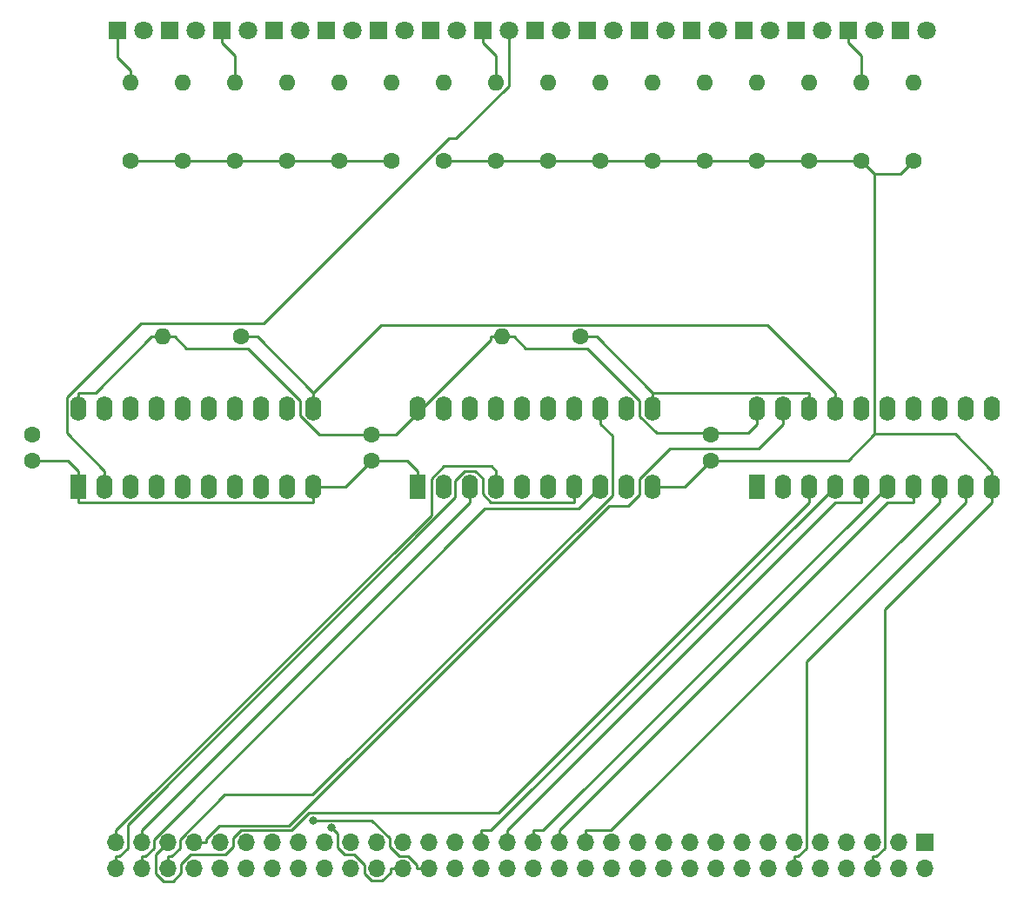
<source format=gbr>
%TF.GenerationSoftware,KiCad,Pcbnew,(6.0.9)*%
%TF.CreationDate,2022-11-21T20:51:02-08:00*%
%TF.ProjectId,StatusBoard,53746174-7573-4426-9f61-72642e6b6963,rev?*%
%TF.SameCoordinates,Original*%
%TF.FileFunction,Copper,L1,Top*%
%TF.FilePolarity,Positive*%
%FSLAX46Y46*%
G04 Gerber Fmt 4.6, Leading zero omitted, Abs format (unit mm)*
G04 Created by KiCad (PCBNEW (6.0.9)) date 2022-11-21 20:51:02*
%MOMM*%
%LPD*%
G01*
G04 APERTURE LIST*
%TA.AperFunction,ComponentPad*%
%ADD10R,1.600000X2.400000*%
%TD*%
%TA.AperFunction,ComponentPad*%
%ADD11O,1.600000X2.400000*%
%TD*%
%TA.AperFunction,ComponentPad*%
%ADD12C,1.600000*%
%TD*%
%TA.AperFunction,ComponentPad*%
%ADD13O,1.600000X1.600000*%
%TD*%
%TA.AperFunction,ComponentPad*%
%ADD14O,1.700000X1.700000*%
%TD*%
%TA.AperFunction,ComponentPad*%
%ADD15R,1.700000X1.700000*%
%TD*%
%TA.AperFunction,ComponentPad*%
%ADD16R,1.800000X1.800000*%
%TD*%
%TA.AperFunction,ComponentPad*%
%ADD17C,1.800000*%
%TD*%
%TA.AperFunction,ViaPad*%
%ADD18C,0.800000*%
%TD*%
%TA.AperFunction,Conductor*%
%ADD19C,0.250000*%
%TD*%
G04 APERTURE END LIST*
D10*
%TO.P,U3,1,OE*%
%TO.N,GND*%
X104145000Y-104765000D03*
D11*
%TO.P,U3,2,O0*%
%TO.N,Net-(D11-Pad2)*%
X106685000Y-104765000D03*
%TO.P,U3,3,D0*%
%TO.N,/D8*%
X109225000Y-104765000D03*
%TO.P,U3,4,D1*%
%TO.N,/D9*%
X111765000Y-104765000D03*
%TO.P,U3,5,O1*%
%TO.N,Net-(D12-Pad2)*%
X114305000Y-104765000D03*
%TO.P,U3,6,O2*%
%TO.N,Net-(D13-Pad2)*%
X116845000Y-104765000D03*
%TO.P,U3,7,D2*%
%TO.N,/D10*%
X119385000Y-104765000D03*
%TO.P,U3,8,D3*%
%TO.N,/D11*%
X121925000Y-104765000D03*
%TO.P,U3,9,O3*%
%TO.N,Net-(D14-Pad2)*%
X124465000Y-104765000D03*
%TO.P,U3,10,GND*%
%TO.N,GND*%
X127005000Y-104765000D03*
%TO.P,U3,11,LE*%
%TO.N,/STATUSHI*%
X127005000Y-97145000D03*
%TO.P,U3,12,O4*%
%TO.N,Net-(D15-Pad2)*%
X124465000Y-97145000D03*
%TO.P,U3,13,D4*%
%TO.N,/D12*%
X121925000Y-97145000D03*
%TO.P,U3,14,D5*%
%TO.N,/D13*%
X119385000Y-97145000D03*
%TO.P,U3,15,O5*%
%TO.N,Net-(D16-Pad2)*%
X116845000Y-97145000D03*
%TO.P,U3,16,O6*%
%TO.N,Net-(D17-Pad2)*%
X114305000Y-97145000D03*
%TO.P,U3,17,D6*%
%TO.N,/D14*%
X111765000Y-97145000D03*
%TO.P,U3,18,D7*%
%TO.N,/D15*%
X109225000Y-97145000D03*
%TO.P,U3,19,O7*%
%TO.N,Net-(D18-Pad2)*%
X106685000Y-97145000D03*
%TO.P,U3,20,VCC*%
%TO.N,VCC*%
X104145000Y-97145000D03*
%TD*%
D10*
%TO.P,U2,1,OE*%
%TO.N,GND*%
X137165000Y-104765000D03*
D11*
%TO.P,U2,2,O0*%
%TO.N,Net-(D3-Pad2)*%
X139705000Y-104765000D03*
%TO.P,U2,3,D0*%
%TO.N,/D0*%
X142245000Y-104765000D03*
%TO.P,U2,4,D1*%
%TO.N,/D1*%
X144785000Y-104765000D03*
%TO.P,U2,5,O1*%
%TO.N,Net-(D4-Pad2)*%
X147325000Y-104765000D03*
%TO.P,U2,6,O2*%
%TO.N,Net-(D5-Pad2)*%
X149865000Y-104765000D03*
%TO.P,U2,7,D2*%
%TO.N,/D2*%
X152405000Y-104765000D03*
%TO.P,U2,8,D3*%
%TO.N,/D3*%
X154945000Y-104765000D03*
%TO.P,U2,9,O3*%
%TO.N,Net-(D6-Pad2)*%
X157485000Y-104765000D03*
%TO.P,U2,10,GND*%
%TO.N,GND*%
X160025000Y-104765000D03*
%TO.P,U2,11,LE*%
%TO.N,/STATUSLO*%
X160025000Y-97145000D03*
%TO.P,U2,12,O4*%
%TO.N,Net-(D7-Pad2)*%
X157485000Y-97145000D03*
%TO.P,U2,13,D4*%
%TO.N,/D4*%
X154945000Y-97145000D03*
%TO.P,U2,14,D5*%
%TO.N,/D5*%
X152405000Y-97145000D03*
%TO.P,U2,15,O5*%
%TO.N,Net-(D8-Pad2)*%
X149865000Y-97145000D03*
%TO.P,U2,16,O6*%
%TO.N,Net-(D9-Pad2)*%
X147325000Y-97145000D03*
%TO.P,U2,17,D6*%
%TO.N,/D6*%
X144785000Y-97145000D03*
%TO.P,U2,18,D7*%
%TO.N,/D7*%
X142245000Y-97145000D03*
%TO.P,U2,19,O7*%
%TO.N,Net-(D10-Pad2)*%
X139705000Y-97145000D03*
%TO.P,U2,20,VCC*%
%TO.N,VCC*%
X137165000Y-97145000D03*
%TD*%
%TO.P,U1,20,VCC*%
%TO.N,VCC*%
X170185000Y-97145000D03*
%TO.P,U1,19,IO1*%
%TO.N,/~{DTACK}*%
X172725000Y-97145000D03*
%TO.P,U1,18,IO2*%
%TO.N,/STATUSLO*%
X175265000Y-97145000D03*
%TO.P,U1,17,I03*%
%TO.N,/STATUSHI*%
X177805000Y-97145000D03*
%TO.P,U1,16,IO4*%
%TO.N,unconnected-(U1-Pad16)*%
X180345000Y-97145000D03*
%TO.P,U1,15,IO5*%
%TO.N,unconnected-(U1-Pad15)*%
X182885000Y-97145000D03*
%TO.P,U1,14,IO6*%
%TO.N,unconnected-(U1-Pad14)*%
X185425000Y-97145000D03*
%TO.P,U1,13,IO7*%
%TO.N,unconnected-(U1-Pad13)*%
X187965000Y-97145000D03*
%TO.P,U1,12,IO8*%
%TO.N,unconnected-(U1-Pad12)*%
X190505000Y-97145000D03*
%TO.P,U1,11,I10/~{OE}*%
%TO.N,unconnected-(U1-Pad11)*%
X193045000Y-97145000D03*
%TO.P,U1,10,GND*%
%TO.N,GND*%
X193045000Y-104765000D03*
%TO.P,U1,9,I9*%
%TO.N,/~{IOSEL}*%
X190505000Y-104765000D03*
%TO.P,U1,8,I8*%
%TO.N,/A14*%
X187965000Y-104765000D03*
%TO.P,U1,7,I7*%
%TO.N,/A15*%
X185425000Y-104765000D03*
%TO.P,U1,6,I6*%
%TO.N,/A16*%
X182885000Y-104765000D03*
%TO.P,U1,5,I5*%
%TO.N,/A17*%
X180345000Y-104765000D03*
%TO.P,U1,4,I4*%
%TO.N,/A18*%
X177805000Y-104765000D03*
%TO.P,U1,3,I3*%
%TO.N,/R~{W}*%
X175265000Y-104765000D03*
%TO.P,U1,2,I2*%
%TO.N,/~{LDS}*%
X172725000Y-104765000D03*
D10*
%TO.P,U1,1,I1/CLK*%
%TO.N,/~{UDS}*%
X170185000Y-104765000D03*
%TD*%
D12*
%TO.P,R20,1*%
%TO.N,GND*%
X109215000Y-73025000D03*
D13*
%TO.P,R20,2*%
%TO.N,Net-(D18-Pad1)*%
X109215000Y-65405000D03*
%TD*%
D12*
%TO.P,R19,1*%
%TO.N,GND*%
X114295000Y-73025000D03*
D13*
%TO.P,R19,2*%
%TO.N,Net-(D17-Pad1)*%
X114295000Y-65405000D03*
%TD*%
D12*
%TO.P,R18,1*%
%TO.N,GND*%
X119375000Y-73025000D03*
D13*
%TO.P,R18,2*%
%TO.N,Net-(D16-Pad1)*%
X119375000Y-65405000D03*
%TD*%
D12*
%TO.P,R17,1*%
%TO.N,GND*%
X124455000Y-73025000D03*
D13*
%TO.P,R17,2*%
%TO.N,Net-(D15-Pad1)*%
X124455000Y-65405000D03*
%TD*%
D12*
%TO.P,R16,1*%
%TO.N,GND*%
X129535000Y-73025000D03*
D13*
%TO.P,R16,2*%
%TO.N,Net-(D14-Pad1)*%
X129535000Y-65405000D03*
%TD*%
D12*
%TO.P,R15,1*%
%TO.N,GND*%
X134615000Y-73025000D03*
D13*
%TO.P,R15,2*%
%TO.N,Net-(D13-Pad1)*%
X134615000Y-65405000D03*
%TD*%
D12*
%TO.P,R14,1*%
%TO.N,GND*%
X139695000Y-73025000D03*
D13*
%TO.P,R14,2*%
%TO.N,Net-(D12-Pad1)*%
X139695000Y-65405000D03*
%TD*%
D12*
%TO.P,R13,1*%
%TO.N,GND*%
X144775000Y-73025000D03*
D13*
%TO.P,R13,2*%
%TO.N,Net-(D11-Pad1)*%
X144775000Y-65405000D03*
%TD*%
D12*
%TO.P,R12,1*%
%TO.N,GND*%
X149855000Y-73025000D03*
D13*
%TO.P,R12,2*%
%TO.N,Net-(D10-Pad1)*%
X149855000Y-65405000D03*
%TD*%
D12*
%TO.P,R11,1*%
%TO.N,GND*%
X154935000Y-73025000D03*
D13*
%TO.P,R11,2*%
%TO.N,Net-(D9-Pad1)*%
X154935000Y-65405000D03*
%TD*%
D12*
%TO.P,R10,1*%
%TO.N,GND*%
X160015000Y-73025000D03*
D13*
%TO.P,R10,2*%
%TO.N,Net-(D8-Pad1)*%
X160015000Y-65405000D03*
%TD*%
D12*
%TO.P,R9,1*%
%TO.N,GND*%
X165095000Y-73025000D03*
D13*
%TO.P,R9,2*%
%TO.N,Net-(D7-Pad1)*%
X165095000Y-65405000D03*
%TD*%
D12*
%TO.P,R8,1*%
%TO.N,GND*%
X170175000Y-73025000D03*
D13*
%TO.P,R8,2*%
%TO.N,Net-(D6-Pad1)*%
X170175000Y-65405000D03*
%TD*%
D12*
%TO.P,R7,1*%
%TO.N,GND*%
X175255000Y-73025000D03*
D13*
%TO.P,R7,2*%
%TO.N,Net-(D5-Pad1)*%
X175255000Y-65405000D03*
%TD*%
D12*
%TO.P,R6,1*%
%TO.N,GND*%
X180335000Y-73025000D03*
D13*
%TO.P,R6,2*%
%TO.N,Net-(D4-Pad1)*%
X180335000Y-65405000D03*
%TD*%
D12*
%TO.P,R5,1*%
%TO.N,GND*%
X185415000Y-73025000D03*
D13*
%TO.P,R5,2*%
%TO.N,Net-(D3-Pad1)*%
X185415000Y-65405000D03*
%TD*%
D12*
%TO.P,R2,1*%
%TO.N,/STATUSHI*%
X120015000Y-90170000D03*
D13*
%TO.P,R2,2*%
%TO.N,VCC*%
X112395000Y-90170000D03*
%TD*%
D12*
%TO.P,R1,1*%
%TO.N,/STATUSLO*%
X153035000Y-90170000D03*
D13*
%TO.P,R1,2*%
%TO.N,VCC*%
X145415000Y-90170000D03*
%TD*%
D14*
%TO.P,J1,64,Pin_64*%
%TO.N,/D2*%
X107766000Y-141982000D03*
%TO.P,J1,63,Pin_63*%
%TO.N,/D1*%
X107766000Y-139442000D03*
%TO.P,J1,62,Pin_62*%
%TO.N,/D3*%
X110306000Y-141982000D03*
%TO.P,J1,61,Pin_61*%
%TO.N,/D0*%
X110306000Y-139442000D03*
%TO.P,J1,60,Pin_60*%
%TO.N,/D4*%
X112846000Y-141982000D03*
%TO.P,J1,59,Pin_59*%
%TO.N,/R~{W}*%
X112846000Y-139442000D03*
%TO.P,J1,58,Pin_58*%
%TO.N,/D5*%
X115386000Y-141982000D03*
%TO.P,J1,57,Pin_57*%
%TO.N,/~{DTACK}*%
X115386000Y-139442000D03*
%TO.P,J1,56,Pin_56*%
%TO.N,/D6*%
X117926000Y-141982000D03*
%TO.P,J1,55,Pin_55*%
%TO.N,/~{BR}*%
X117926000Y-139442000D03*
%TO.P,J1,54,Pin_54*%
%TO.N,/D7*%
X120466000Y-141982000D03*
%TO.P,J1,53,Pin_53*%
%TO.N,/~{BGACK}*%
X120466000Y-139442000D03*
%TO.P,J1,52,Pin_52*%
%TO.N,/D8*%
X123006000Y-141982000D03*
%TO.P,J1,51,Pin_51*%
%TO.N,/~{BG}*%
X123006000Y-139442000D03*
%TO.P,J1,50,Pin_50*%
%TO.N,/D9*%
X125546000Y-141982000D03*
%TO.P,J1,49,Pin_49*%
%TO.N,/~{BERR}*%
X125546000Y-139442000D03*
%TO.P,J1,48,Pin_48*%
%TO.N,/D10*%
X128086000Y-141982000D03*
%TO.P,J1,47,Pin_47*%
%TO.N,/~{AS}*%
X128086000Y-139442000D03*
%TO.P,J1,46,Pin_46*%
%TO.N,/D11*%
X130626000Y-141982000D03*
%TO.P,J1,45,Pin_45*%
%TO.N,/A23*%
X130626000Y-139442000D03*
%TO.P,J1,44,Pin_44*%
%TO.N,/D12*%
X133166000Y-141982000D03*
%TO.P,J1,43,Pin_43*%
%TO.N,/A22*%
X133166000Y-139442000D03*
%TO.P,J1,42,Pin_42*%
%TO.N,/D13*%
X135706000Y-141982000D03*
%TO.P,J1,41,Pin_41*%
%TO.N,/A21*%
X135706000Y-139442000D03*
%TO.P,J1,40,Pin_40*%
%TO.N,/D14*%
X138246000Y-141982000D03*
%TO.P,J1,39,Pin_39*%
%TO.N,/A20*%
X138246000Y-139442000D03*
%TO.P,J1,38,Pin_38*%
%TO.N,/D15*%
X140786000Y-141982000D03*
%TO.P,J1,37,Pin_37*%
%TO.N,/A19*%
X140786000Y-139442000D03*
%TO.P,J1,36,Pin_36*%
%TO.N,/~{RESET}*%
X143326000Y-141982000D03*
%TO.P,J1,35,Pin_35*%
%TO.N,/A18*%
X143326000Y-139442000D03*
%TO.P,J1,34,Pin_34*%
%TO.N,/~{UDS}*%
X145866000Y-141982000D03*
%TO.P,J1,33,Pin_33*%
%TO.N,/A17*%
X145866000Y-139442000D03*
%TO.P,J1,32,Pin_32*%
%TO.N,/~{LDS}*%
X148406000Y-141982000D03*
%TO.P,J1,31,Pin_31*%
%TO.N,/A16*%
X148406000Y-139442000D03*
%TO.P,J1,30,Pin_30*%
%TO.N,/~{IRQ6}*%
X150946000Y-141982000D03*
%TO.P,J1,29,Pin_29*%
%TO.N,/A15*%
X150946000Y-139442000D03*
%TO.P,J1,28,Pin_28*%
%TO.N,/~{IRQ2}*%
X153486000Y-141982000D03*
%TO.P,J1,27,Pin_27*%
%TO.N,/A14*%
X153486000Y-139442000D03*
%TO.P,J1,26,Pin_26*%
%TO.N,/~{IRQ5}*%
X156026000Y-141982000D03*
%TO.P,J1,25,Pin_25*%
%TO.N,/A13*%
X156026000Y-139442000D03*
%TO.P,J1,24,Pin_24*%
%TO.N,/FC2*%
X158566000Y-141982000D03*
%TO.P,J1,23,Pin_23*%
%TO.N,/A12*%
X158566000Y-139442000D03*
%TO.P,J1,22,Pin_22*%
%TO.N,/FC1*%
X161106000Y-141982000D03*
%TO.P,J1,21,Pin_21*%
%TO.N,/A11*%
X161106000Y-139442000D03*
%TO.P,J1,20,Pin_20*%
%TO.N,/FC0*%
X163646000Y-141982000D03*
%TO.P,J1,19,Pin_19*%
%TO.N,/A10*%
X163646000Y-139442000D03*
%TO.P,J1,18,Pin_18*%
%TO.N,/~{IRQ4}*%
X166186000Y-141982000D03*
%TO.P,J1,17,Pin_17*%
%TO.N,/A9*%
X166186000Y-139442000D03*
%TO.P,J1,16,Pin_16*%
%TO.N,/~{HALT}*%
X168726000Y-141982000D03*
%TO.P,J1,15,Pin_15*%
%TO.N,/A8*%
X168726000Y-139442000D03*
%TO.P,J1,14,Pin_14*%
%TO.N,/~{IRQ3}*%
X171266000Y-141982000D03*
%TO.P,J1,13,Pin_13*%
%TO.N,/A7*%
X171266000Y-139442000D03*
%TO.P,J1,12,Pin_12*%
%TO.N,/~{IOSEL}*%
X173806000Y-141982000D03*
%TO.P,J1,11,Pin_11*%
%TO.N,/A6*%
X173806000Y-139442000D03*
%TO.P,J1,10,Pin_10*%
%TO.N,/~{IACK}*%
X176346000Y-141982000D03*
%TO.P,J1,9,Pin_9*%
%TO.N,/A5*%
X176346000Y-139442000D03*
%TO.P,J1,8,Pin_8*%
%TO.N,/~{VMA}*%
X178886000Y-141982000D03*
%TO.P,J1,7,Pin_7*%
%TO.N,/A4*%
X178886000Y-139442000D03*
%TO.P,J1,6,Pin_6*%
%TO.N,GND*%
X181426000Y-141982000D03*
%TO.P,J1,5,Pin_5*%
%TO.N,/A3*%
X181426000Y-139442000D03*
%TO.P,J1,4,Pin_4*%
%TO.N,/CLK*%
X183966000Y-141982000D03*
%TO.P,J1,3,Pin_3*%
%TO.N,/A2*%
X183966000Y-139442000D03*
%TO.P,J1,2,Pin_2*%
%TO.N,VCC*%
X186506000Y-141982000D03*
D15*
%TO.P,J1,1,Pin_1*%
%TO.N,/A1*%
X186506000Y-139442000D03*
%TD*%
D16*
%TO.P,D18,1,K*%
%TO.N,Net-(D18-Pad1)*%
X107945000Y-60325000D03*
D17*
%TO.P,D18,2,A*%
%TO.N,Net-(D18-Pad2)*%
X110485000Y-60325000D03*
%TD*%
D16*
%TO.P,D17,1,K*%
%TO.N,Net-(D17-Pad1)*%
X113025000Y-60325000D03*
D17*
%TO.P,D17,2,A*%
%TO.N,Net-(D17-Pad2)*%
X115565000Y-60325000D03*
%TD*%
D16*
%TO.P,D16,1,K*%
%TO.N,Net-(D16-Pad1)*%
X118105000Y-60325000D03*
D17*
%TO.P,D16,2,A*%
%TO.N,Net-(D16-Pad2)*%
X120645000Y-60325000D03*
%TD*%
D16*
%TO.P,D15,1,K*%
%TO.N,Net-(D15-Pad1)*%
X123185000Y-60325000D03*
D17*
%TO.P,D15,2,A*%
%TO.N,Net-(D15-Pad2)*%
X125725000Y-60325000D03*
%TD*%
D16*
%TO.P,D14,1,K*%
%TO.N,Net-(D14-Pad1)*%
X128265000Y-60325000D03*
D17*
%TO.P,D14,2,A*%
%TO.N,Net-(D14-Pad2)*%
X130805000Y-60325000D03*
%TD*%
D16*
%TO.P,D13,1,K*%
%TO.N,Net-(D13-Pad1)*%
X133345000Y-60325000D03*
D17*
%TO.P,D13,2,A*%
%TO.N,Net-(D13-Pad2)*%
X135885000Y-60325000D03*
%TD*%
D16*
%TO.P,D12,1,K*%
%TO.N,Net-(D12-Pad1)*%
X138425000Y-60325000D03*
D17*
%TO.P,D12,2,A*%
%TO.N,Net-(D12-Pad2)*%
X140965000Y-60325000D03*
%TD*%
D16*
%TO.P,D11,1,K*%
%TO.N,Net-(D11-Pad1)*%
X143505000Y-60325000D03*
D17*
%TO.P,D11,2,A*%
%TO.N,Net-(D11-Pad2)*%
X146045000Y-60325000D03*
%TD*%
D16*
%TO.P,D10,1,K*%
%TO.N,Net-(D10-Pad1)*%
X148585000Y-60325000D03*
D17*
%TO.P,D10,2,A*%
%TO.N,Net-(D10-Pad2)*%
X151125000Y-60325000D03*
%TD*%
D16*
%TO.P,D9,1,K*%
%TO.N,Net-(D9-Pad1)*%
X153665000Y-60325000D03*
D17*
%TO.P,D9,2,A*%
%TO.N,Net-(D9-Pad2)*%
X156205000Y-60325000D03*
%TD*%
D16*
%TO.P,D8,1,K*%
%TO.N,Net-(D8-Pad1)*%
X158745000Y-60325000D03*
D17*
%TO.P,D8,2,A*%
%TO.N,Net-(D8-Pad2)*%
X161285000Y-60325000D03*
%TD*%
D16*
%TO.P,D7,1,K*%
%TO.N,Net-(D7-Pad1)*%
X163825000Y-60325000D03*
D17*
%TO.P,D7,2,A*%
%TO.N,Net-(D7-Pad2)*%
X166365000Y-60325000D03*
%TD*%
D16*
%TO.P,D6,1,K*%
%TO.N,Net-(D6-Pad1)*%
X168905000Y-60325000D03*
D17*
%TO.P,D6,2,A*%
%TO.N,Net-(D6-Pad2)*%
X171445000Y-60325000D03*
%TD*%
D16*
%TO.P,D5,1,K*%
%TO.N,Net-(D5-Pad1)*%
X173985000Y-60325000D03*
D17*
%TO.P,D5,2,A*%
%TO.N,Net-(D5-Pad2)*%
X176525000Y-60325000D03*
%TD*%
D16*
%TO.P,D4,1,K*%
%TO.N,Net-(D4-Pad1)*%
X179065000Y-60325000D03*
D17*
%TO.P,D4,2,A*%
%TO.N,Net-(D4-Pad2)*%
X181605000Y-60325000D03*
%TD*%
D16*
%TO.P,D3,1,K*%
%TO.N,Net-(D3-Pad1)*%
X184145000Y-60325000D03*
D17*
%TO.P,D3,2,A*%
%TO.N,Net-(D3-Pad2)*%
X186685000Y-60325000D03*
%TD*%
D12*
%TO.P,C3,1*%
%TO.N,VCC*%
X132715000Y-99715000D03*
%TO.P,C3,2*%
%TO.N,GND*%
X132715000Y-102215000D03*
%TD*%
%TO.P,C2,2*%
%TO.N,GND*%
X99695000Y-102215000D03*
%TO.P,C2,1*%
%TO.N,VCC*%
X99695000Y-99715000D03*
%TD*%
%TO.P,C1,2*%
%TO.N,GND*%
X165735000Y-102215000D03*
%TO.P,C1,1*%
%TO.N,VCC*%
X165735000Y-99715000D03*
%TD*%
D18*
%TO.N,/D13*%
X128775700Y-137998400D03*
%TO.N,/D14*%
X126988000Y-137273000D03*
%TD*%
D19*
%TO.N,/STATUSHI*%
X127005000Y-97145000D02*
X127005000Y-95619700D01*
X177805000Y-97145000D02*
X177805000Y-95619700D01*
X171229900Y-89044600D02*
X177805000Y-95619700D01*
X133580100Y-89044600D02*
X171229900Y-89044600D01*
X127005000Y-95619700D02*
X133580100Y-89044600D01*
X121555300Y-90170000D02*
X120015000Y-90170000D01*
X127005000Y-95619700D02*
X121555300Y-90170000D01*
%TO.N,/STATUSLO*%
X154575300Y-90170000D02*
X160025000Y-95619700D01*
X153035000Y-90170000D02*
X154575300Y-90170000D01*
X160025000Y-97145000D02*
X160025000Y-95619700D01*
X175265000Y-95619700D02*
X160025000Y-95619700D01*
X175265000Y-97145000D02*
X175265000Y-95619700D01*
%TO.N,/D2*%
X144309400Y-106290300D02*
X152405000Y-106290300D01*
X143515000Y-105495900D02*
X144309400Y-106290300D01*
X143515000Y-103979000D02*
X143515000Y-105495900D01*
X142775700Y-103239700D02*
X143515000Y-103979000D01*
X141765800Y-103239700D02*
X142775700Y-103239700D01*
X140830400Y-104175100D02*
X141765800Y-103239700D01*
X140830400Y-105839800D02*
X140830400Y-104175100D01*
X108941300Y-137728900D02*
X140830400Y-105839800D01*
X108941300Y-139998800D02*
X108941300Y-137728900D01*
X108133400Y-140806700D02*
X108941300Y-139998800D01*
X107766000Y-140806700D02*
X108133400Y-140806700D01*
X107766000Y-141982000D02*
X107766000Y-140806700D01*
X152405000Y-104765000D02*
X152405000Y-106290300D01*
%TO.N,/D1*%
X107766000Y-139442000D02*
X107766000Y-138266700D01*
X144785000Y-104765000D02*
X144785000Y-103239700D01*
X138481400Y-107551300D02*
X107766000Y-138266700D01*
X138481400Y-103996100D02*
X138481400Y-107551300D01*
X139688100Y-102789400D02*
X138481400Y-103996100D01*
X144334700Y-102789400D02*
X139688100Y-102789400D01*
X144785000Y-103239700D02*
X144334700Y-102789400D01*
%TO.N,/D3*%
X152810600Y-106899400D02*
X154945000Y-104765000D01*
X143711800Y-106899400D02*
X152810600Y-106899400D01*
X111481300Y-139129900D02*
X143711800Y-106899400D01*
X111481300Y-139998800D02*
X111481300Y-139129900D01*
X110673400Y-140806700D02*
X111481300Y-139998800D01*
X110306000Y-140806700D02*
X110673400Y-140806700D01*
X110306000Y-141982000D02*
X110306000Y-140806700D01*
%TO.N,/D0*%
X110306000Y-139442000D02*
X110306000Y-138266700D01*
X110306000Y-138229300D02*
X110306000Y-138266700D01*
X142245000Y-106290300D02*
X110306000Y-138229300D01*
X142245000Y-104765000D02*
X142245000Y-106290300D01*
%TO.N,/D4*%
X154945000Y-97145000D02*
X154945000Y-98670300D01*
X112846000Y-141982000D02*
X112846000Y-140806700D01*
X113213400Y-140806700D02*
X112846000Y-140806700D01*
X114021300Y-139998800D02*
X113213400Y-140806700D01*
X114021300Y-139140400D02*
X114021300Y-139998800D01*
X118361700Y-134800000D02*
X114021300Y-139140400D01*
X126914200Y-134800000D02*
X118361700Y-134800000D01*
X156094400Y-105619800D02*
X126914200Y-134800000D01*
X156094400Y-99819700D02*
X156094400Y-105619800D01*
X154945000Y-98670300D02*
X156094400Y-99819700D01*
%TO.N,/R~{W}*%
X145011700Y-136543600D02*
X175265000Y-106290300D01*
X126614500Y-136543600D02*
X145011700Y-136543600D01*
X124891500Y-138266600D02*
X126614500Y-136543600D01*
X119958500Y-138266600D02*
X124891500Y-138266600D01*
X119196000Y-139029100D02*
X119958500Y-138266600D01*
X119196000Y-139873000D02*
X119196000Y-139029100D01*
X118451600Y-140617400D02*
X119196000Y-139873000D01*
X115066400Y-140617400D02*
X118451600Y-140617400D01*
X114149400Y-141534400D02*
X115066400Y-140617400D01*
X114149400Y-142407900D02*
X114149400Y-141534400D01*
X113345100Y-143212200D02*
X114149400Y-142407900D01*
X112411300Y-143212200D02*
X113345100Y-143212200D01*
X111665900Y-142466800D02*
X112411300Y-143212200D01*
X111665900Y-140622100D02*
X111665900Y-142466800D01*
X112846000Y-139442000D02*
X111665900Y-140622100D01*
X175265000Y-104765000D02*
X175265000Y-106290300D01*
%TO.N,/~{DTACK}*%
X170351300Y-101044000D02*
X172725000Y-98670300D01*
X161739700Y-101044000D02*
X170351300Y-101044000D01*
X158755000Y-104028700D02*
X161739700Y-101044000D01*
X158755000Y-105535200D02*
X158755000Y-104028700D01*
X157626900Y-106663300D02*
X158755000Y-105535200D01*
X155764600Y-106663300D02*
X157626900Y-106663300D01*
X124611700Y-137816200D02*
X155764600Y-106663300D01*
X117819800Y-137816200D02*
X124611700Y-137816200D01*
X116561300Y-139074700D02*
X117819800Y-137816200D01*
X116561300Y-139442000D02*
X116561300Y-139074700D01*
X115386000Y-139442000D02*
X116561300Y-139442000D01*
X172725000Y-97145000D02*
X172725000Y-98670300D01*
%TO.N,/D13*%
X129356000Y-138578700D02*
X128775700Y-137998400D01*
X129356000Y-139912700D02*
X129356000Y-138578700D01*
X130060700Y-140617400D02*
X129356000Y-139912700D01*
X130985600Y-140617400D02*
X130060700Y-140617400D01*
X131990600Y-141622400D02*
X130985600Y-140617400D01*
X131990600Y-142471100D02*
X131990600Y-141622400D01*
X132678300Y-143158800D02*
X131990600Y-142471100D01*
X133721200Y-143158800D02*
X132678300Y-143158800D01*
X134530700Y-142349300D02*
X133721200Y-143158800D01*
X134530700Y-141982000D02*
X134530700Y-142349300D01*
X135706000Y-141982000D02*
X134530700Y-141982000D01*
%TO.N,/D14*%
X138246000Y-141982000D02*
X137070700Y-141982000D01*
X132675500Y-137273000D02*
X126988000Y-137273000D01*
X134436000Y-139033500D02*
X132675500Y-137273000D01*
X134436000Y-139873000D02*
X134436000Y-139033500D01*
X135369700Y-140806700D02*
X134436000Y-139873000D01*
X136262800Y-140806700D02*
X135369700Y-140806700D01*
X137070700Y-141614600D02*
X136262800Y-140806700D01*
X137070700Y-141982000D02*
X137070700Y-141614600D01*
%TO.N,/A18*%
X144303300Y-138266700D02*
X177805000Y-104765000D01*
X143326000Y-138266700D02*
X144303300Y-138266700D01*
X143326000Y-139442000D02*
X143326000Y-138266700D01*
%TO.N,/A17*%
X145866000Y-139442000D02*
X145866000Y-138266700D01*
X180345000Y-104765000D02*
X180345000Y-106290300D01*
X177842400Y-106290300D02*
X180345000Y-106290300D01*
X145866000Y-138266700D02*
X177842400Y-106290300D01*
%TO.N,/A16*%
X149383300Y-138266700D02*
X182885000Y-104765000D01*
X148406000Y-138266700D02*
X149383300Y-138266700D01*
X148406000Y-139442000D02*
X148406000Y-138266700D01*
%TO.N,/A15*%
X182922400Y-106290300D02*
X185425000Y-106290300D01*
X150946000Y-138266700D02*
X182922400Y-106290300D01*
X150946000Y-139442000D02*
X150946000Y-138266700D01*
X185425000Y-104765000D02*
X185425000Y-106290300D01*
%TO.N,/A14*%
X155988600Y-138266700D02*
X187965000Y-106290300D01*
X153486000Y-138266700D02*
X155988600Y-138266700D01*
X153486000Y-139442000D02*
X153486000Y-138266700D01*
X187965000Y-104765000D02*
X187965000Y-106290300D01*
%TO.N,/~{IOSEL}*%
X174981300Y-121814000D02*
X190505000Y-106290300D01*
X174981300Y-139998800D02*
X174981300Y-121814000D01*
X174173400Y-140806700D02*
X174981300Y-139998800D01*
X173806000Y-140806700D02*
X174173400Y-140806700D01*
X173806000Y-141982000D02*
X173806000Y-140806700D01*
X190505000Y-104765000D02*
X190505000Y-106290300D01*
%TO.N,Net-(D18-Pad1)*%
X107945000Y-63009700D02*
X109215000Y-64279700D01*
X107945000Y-60325000D02*
X107945000Y-63009700D01*
X109215000Y-65405000D02*
X109215000Y-64279700D01*
%TO.N,Net-(D16-Pad1)*%
X119375000Y-62820300D02*
X119375000Y-65405000D01*
X118105000Y-61550300D02*
X119375000Y-62820300D01*
X118105000Y-60325000D02*
X118105000Y-61550300D01*
%TO.N,Net-(D11-Pad2)*%
X103016200Y-99570900D02*
X106685000Y-103239700D01*
X103016200Y-96070200D02*
X103016200Y-99570900D01*
X110204900Y-88881500D02*
X103016200Y-96070200D01*
X122198800Y-88881500D02*
X110204900Y-88881500D01*
X140196500Y-70883800D02*
X122198800Y-88881500D01*
X140894900Y-70883800D02*
X140196500Y-70883800D01*
X146045000Y-65733700D02*
X140894900Y-70883800D01*
X146045000Y-60325000D02*
X146045000Y-65733700D01*
X106685000Y-104765000D02*
X106685000Y-103239700D01*
%TO.N,Net-(D11-Pad1)*%
X144775000Y-62820300D02*
X144775000Y-65405000D01*
X143505000Y-61550300D02*
X144775000Y-62820300D01*
X143505000Y-60325000D02*
X143505000Y-61550300D01*
%TO.N,Net-(D4-Pad1)*%
X180335000Y-62820300D02*
X180335000Y-65405000D01*
X179065000Y-61550300D02*
X180335000Y-62820300D01*
X179065000Y-60325000D02*
X179065000Y-61550300D01*
%TO.N,GND*%
X137165000Y-104765000D02*
X137165000Y-103239700D01*
X180335000Y-73025000D02*
X175255000Y-73025000D01*
X175255000Y-73025000D02*
X170175000Y-73025000D01*
X170175000Y-73025000D02*
X165095000Y-73025000D01*
X165095000Y-73025000D02*
X160015000Y-73025000D01*
X160015000Y-73025000D02*
X154935000Y-73025000D01*
X134615000Y-73025000D02*
X129535000Y-73025000D01*
X129535000Y-73025000D02*
X124455000Y-73025000D01*
X124455000Y-73025000D02*
X119375000Y-73025000D01*
X119375000Y-73025000D02*
X114295000Y-73025000D01*
X114295000Y-73025000D02*
X109215000Y-73025000D01*
X163185000Y-104765000D02*
X165735000Y-102215000D01*
X160025000Y-104765000D02*
X163185000Y-104765000D01*
X104145000Y-104765000D02*
X104145000Y-106290300D01*
X127005000Y-106290300D02*
X104145000Y-106290300D01*
X127005000Y-104765000D02*
X127005000Y-106290300D01*
X103120300Y-102215000D02*
X104145000Y-103239700D01*
X99695000Y-102215000D02*
X103120300Y-102215000D01*
X104145000Y-104765000D02*
X104145000Y-103239700D01*
X136140300Y-102215000D02*
X137165000Y-103239700D01*
X132715000Y-102215000D02*
X136140300Y-102215000D01*
X130165000Y-104765000D02*
X127005000Y-104765000D01*
X132715000Y-102215000D02*
X130165000Y-104765000D01*
X144775000Y-73025000D02*
X139695000Y-73025000D01*
X193045000Y-104765000D02*
X193045000Y-103239700D01*
X182601300Y-116734000D02*
X193045000Y-106290300D01*
X182601300Y-139998800D02*
X182601300Y-116734000D01*
X181793400Y-140806700D02*
X182601300Y-139998800D01*
X181426000Y-140806700D02*
X181793400Y-140806700D01*
X181426000Y-141982000D02*
X181426000Y-140806700D01*
X193045000Y-104765000D02*
X193045000Y-106290300D01*
X154935000Y-73025000D02*
X149855000Y-73025000D01*
X149855000Y-73025000D02*
X144775000Y-73025000D01*
X179051800Y-102215000D02*
X165735000Y-102215000D01*
X181615000Y-99651800D02*
X179051800Y-102215000D01*
X189457100Y-99651800D02*
X181615000Y-99651800D01*
X193045000Y-103239700D02*
X189457100Y-99651800D01*
X184135000Y-74305000D02*
X185415000Y-73025000D01*
X181615000Y-74305000D02*
X184135000Y-74305000D01*
X181615000Y-99651800D02*
X181615000Y-74305000D01*
X181615000Y-74305000D02*
X180335000Y-73025000D01*
%TO.N,VCC*%
X170185000Y-97145000D02*
X170185000Y-98670300D01*
X105820000Y-95619700D02*
X111269700Y-90170000D01*
X104145000Y-95619700D02*
X105820000Y-95619700D01*
X104145000Y-97145000D02*
X104145000Y-95619700D01*
X112395000Y-90170000D02*
X111269700Y-90170000D01*
X137165000Y-97145000D02*
X137165000Y-97578500D01*
X145415000Y-90170000D02*
X144289700Y-90170000D01*
X144289700Y-90453800D02*
X137165000Y-97578500D01*
X144289700Y-90170000D02*
X144289700Y-90453800D01*
X145415000Y-90170000D02*
X146540300Y-90170000D01*
X165735000Y-99715000D02*
X165735000Y-99554500D01*
X169300800Y-99554500D02*
X165735000Y-99554500D01*
X170185000Y-98670300D02*
X169300800Y-99554500D01*
X147665600Y-91295300D02*
X146540300Y-90170000D01*
X153631400Y-91295300D02*
X147665600Y-91295300D01*
X158755000Y-96418900D02*
X153631400Y-91295300D01*
X158755000Y-97899200D02*
X158755000Y-96418900D01*
X160410300Y-99554500D02*
X158755000Y-97899200D01*
X165735000Y-99554500D02*
X160410300Y-99554500D01*
X135028500Y-99715000D02*
X132715000Y-99715000D01*
X137165000Y-97578500D02*
X135028500Y-99715000D01*
X114645600Y-91295300D02*
X113520300Y-90170000D01*
X120639000Y-91295300D02*
X114645600Y-91295300D01*
X125735000Y-96391300D02*
X120639000Y-91295300D01*
X125735000Y-97873900D02*
X125735000Y-96391300D01*
X127576100Y-99715000D02*
X125735000Y-97873900D01*
X132715000Y-99715000D02*
X127576100Y-99715000D01*
X112395000Y-90170000D02*
X113520300Y-90170000D01*
%TD*%
M02*

</source>
